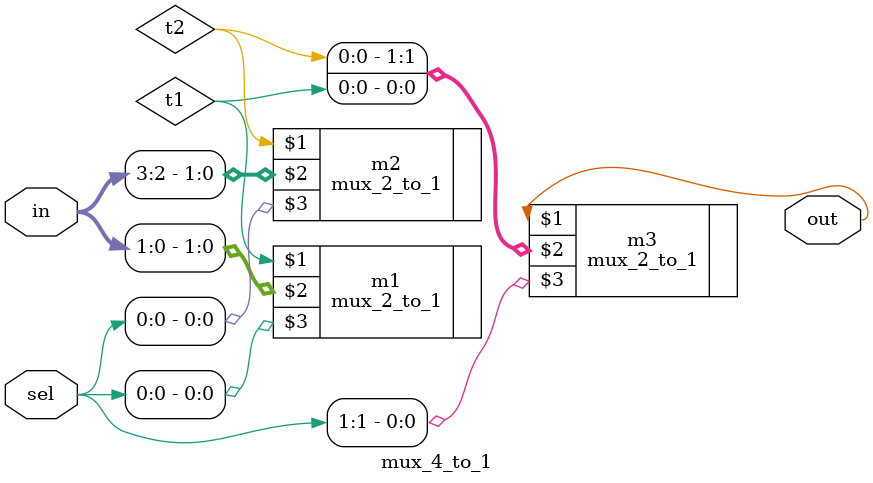
<source format=v>
module mux_4_to_1 (output out, input [3:0] in , input [1:0] sel);

	wire t1,t2;
	
	mux_2_to_1 m1(t1, in[1:0], sel[0]);
	mux_2_to_1 m2(t2, in[3:2], sel[0]);
	mux_2_to_1 m3(out, {t2,t1}, sel[1]);
	
endmodule
</source>
